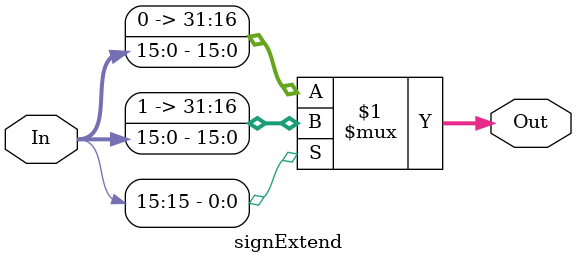
<source format=v>
`timescale 1ns / 1ps
module signExtend(In,Out
    );
	input [15:0] In;
	output [31:0] Out;
	assign Out = In[15]?{16'b1111111111111111,In}:{16'b0,In};

endmodule

</source>
